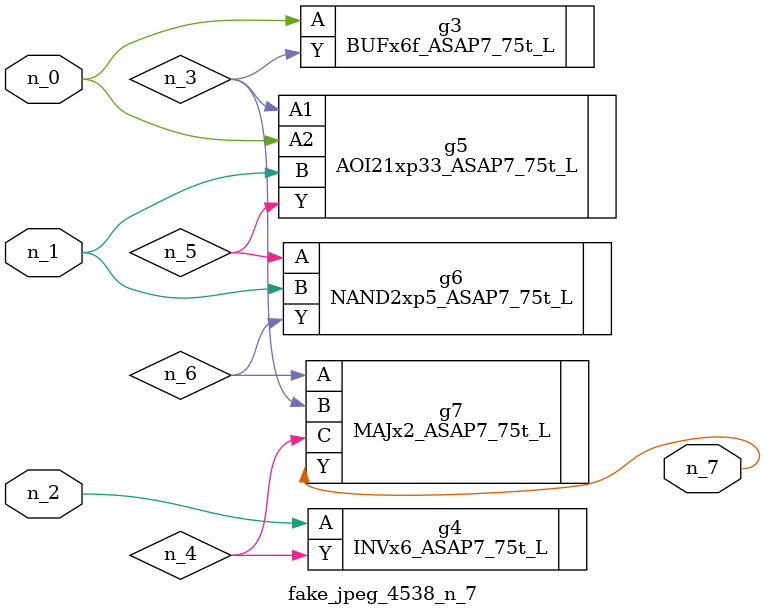
<source format=v>
module fake_jpeg_4538_n_7 (n_0, n_2, n_1, n_7);

input n_0;
input n_2;
input n_1;

output n_7;

wire n_3;
wire n_4;
wire n_6;
wire n_5;

BUFx6f_ASAP7_75t_L g3 ( 
.A(n_0),
.Y(n_3)
);

INVx6_ASAP7_75t_L g4 ( 
.A(n_2),
.Y(n_4)
);

AOI21xp33_ASAP7_75t_L g5 ( 
.A1(n_3),
.A2(n_0),
.B(n_1),
.Y(n_5)
);

NAND2xp5_ASAP7_75t_L g6 ( 
.A(n_5),
.B(n_1),
.Y(n_6)
);

MAJx2_ASAP7_75t_L g7 ( 
.A(n_6),
.B(n_3),
.C(n_4),
.Y(n_7)
);


endmodule
</source>
